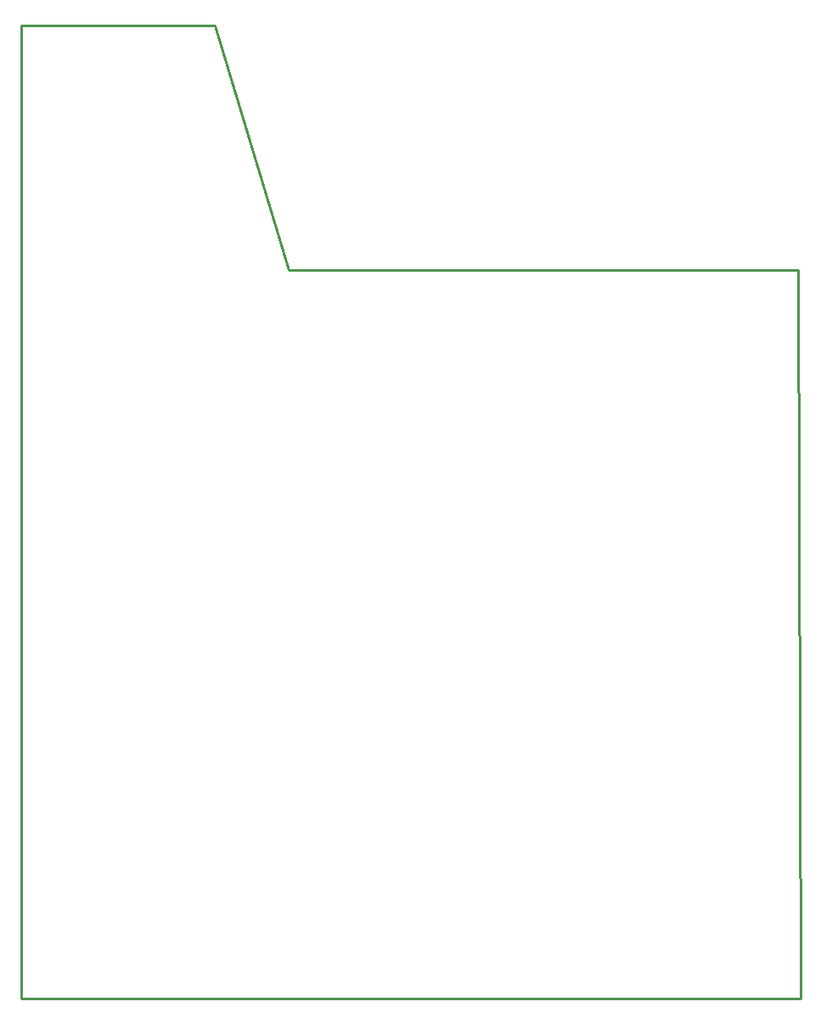
<source format=gko>
G04 Layer: BoardOutline*
G04 EasyEDA v6.4.7, 2020-10-29T15:09:56+01:00*
G04 be26d73647f643b9bed1595039a1f13e,8ad6603aa9144f4486dc47fe7e0b0969,10*
G04 Gerber Generator version 0.2*
G04 Scale: 100 percent, Rotated: No, Reflected: No *
G04 Dimensions in millimeters *
G04 leading zeros omitted , absolute positions ,3 integer and 3 decimal *
%FSLAX33Y33*%
%MOMM*%
G90*
D02*

%ADD10C,0.254000*%
G54D10*
G01X0Y96901D02*
G01X0Y97028D01*
G01X19304Y97028D01*
G01X26670Y72644D01*
G01X77470Y72644D01*
G01X77724Y0D01*
G01X0Y0D01*
G01X0Y96901D01*

%LPD*%
M00*
M02*

</source>
